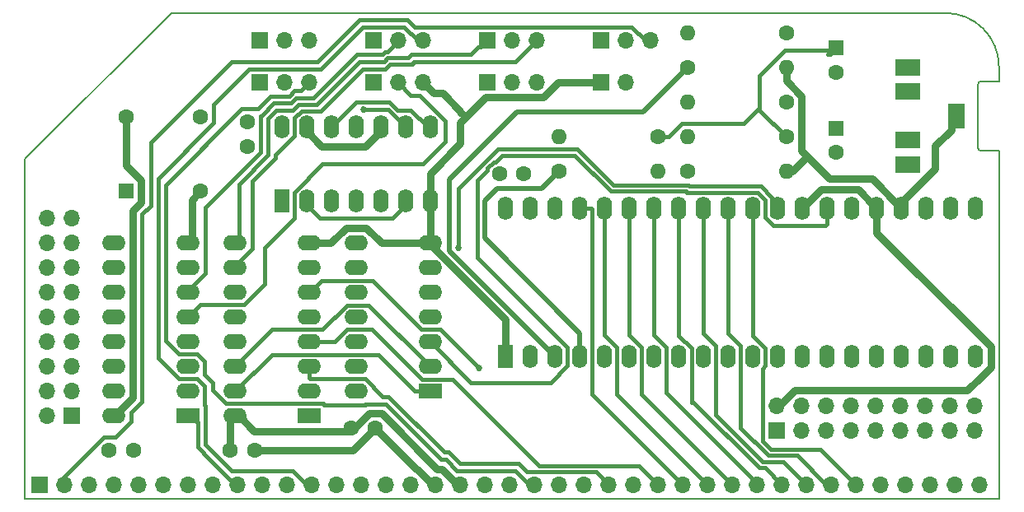
<source format=gbr>
G04 #@! TF.GenerationSoftware,KiCad,Pcbnew,5.1.6*
G04 #@! TF.CreationDate,2020-06-24T01:07:04+01:00*
G04 #@! TF.ProjectId,rc2014-ym2149,72633230-3134-42d7-996d-323134392e6b,5*
G04 #@! TF.SameCoordinates,Original*
G04 #@! TF.FileFunction,Copper,L1,Top*
G04 #@! TF.FilePolarity,Positive*
%FSLAX46Y46*%
G04 Gerber Fmt 4.6, Leading zero omitted, Abs format (unit mm)*
G04 Created by KiCad (PCBNEW 5.1.6) date 2020-06-24 01:07:04*
%MOMM*%
%LPD*%
G01*
G04 APERTURE LIST*
G04 #@! TA.AperFunction,Profile*
%ADD10C,0.150000*%
G04 #@! TD*
G04 #@! TA.AperFunction,ComponentPad*
%ADD11C,1.600000*%
G04 #@! TD*
G04 #@! TA.AperFunction,ComponentPad*
%ADD12O,1.600000X1.600000*%
G04 #@! TD*
G04 #@! TA.AperFunction,ComponentPad*
%ADD13R,1.600000X2.400000*%
G04 #@! TD*
G04 #@! TA.AperFunction,ComponentPad*
%ADD14O,1.600000X2.400000*%
G04 #@! TD*
G04 #@! TA.AperFunction,ComponentPad*
%ADD15R,1.600000X1.600000*%
G04 #@! TD*
G04 #@! TA.AperFunction,ComponentPad*
%ADD16R,1.700000X1.700000*%
G04 #@! TD*
G04 #@! TA.AperFunction,ComponentPad*
%ADD17O,1.700000X1.700000*%
G04 #@! TD*
G04 #@! TA.AperFunction,ComponentPad*
%ADD18O,2.400000X1.600000*%
G04 #@! TD*
G04 #@! TA.AperFunction,ComponentPad*
%ADD19R,2.400000X1.600000*%
G04 #@! TD*
G04 #@! TA.AperFunction,ComponentPad*
%ADD20R,2.500000X1.800000*%
G04 #@! TD*
G04 #@! TA.AperFunction,ComponentPad*
%ADD21R,1.800000X2.500000*%
G04 #@! TD*
G04 #@! TA.AperFunction,ViaPad*
%ADD22C,0.685800*%
G04 #@! TD*
G04 #@! TA.AperFunction,Conductor*
%ADD23C,0.762000*%
G04 #@! TD*
G04 #@! TA.AperFunction,Conductor*
%ADD24C,0.381000*%
G04 #@! TD*
G04 #@! TA.AperFunction,Conductor*
%ADD25C,0.508000*%
G04 #@! TD*
G04 APERTURE END LIST*
D10*
X160500000Y-121539000D02*
X160500000Y-120000000D01*
X158369000Y-121793000D02*
X158369000Y-128397000D01*
X158369000Y-121793000D02*
G75*
G02*
X158623000Y-121539000I254000J0D01*
G01*
X158623000Y-128651000D02*
G75*
G02*
X158369000Y-128397000I0J254000D01*
G01*
X160500000Y-121539000D02*
X158623000Y-121539000D01*
X160500000Y-128651000D02*
X158623000Y-128651000D01*
X160500000Y-120000000D02*
G75*
G03*
X155000000Y-114500000I-5500000J0D01*
G01*
X60500000Y-129500000D02*
X75500000Y-114500000D01*
X60500000Y-164500000D02*
X160500000Y-164500000D01*
X60500000Y-129500000D02*
X60500000Y-164500000D01*
X155000000Y-114500000D02*
X75500000Y-114500000D01*
X160500000Y-164500000D02*
X160500000Y-128651000D01*
D11*
X138684000Y-116586000D03*
D12*
X128524000Y-116586000D03*
X138684000Y-120142000D03*
D11*
X128524000Y-120142000D03*
X138684000Y-127254000D03*
D12*
X128524000Y-127254000D03*
D11*
X128524000Y-130810000D03*
D12*
X138684000Y-130810000D03*
D13*
X109855000Y-149860000D03*
D14*
X158115000Y-134620000D03*
X112395000Y-149860000D03*
X155575000Y-134620000D03*
X114935000Y-149860000D03*
X153035000Y-134620000D03*
X117475000Y-149860000D03*
X150495000Y-134620000D03*
X120015000Y-149860000D03*
X147955000Y-134620000D03*
X122555000Y-149860000D03*
X145415000Y-134620000D03*
X125095000Y-149860000D03*
X142875000Y-134620000D03*
X127635000Y-149860000D03*
X140335000Y-134620000D03*
X130175000Y-149860000D03*
X137795000Y-134620000D03*
X132715000Y-149860000D03*
X135255000Y-134620000D03*
X135255000Y-149860000D03*
X132715000Y-134620000D03*
X137795000Y-149860000D03*
X130175000Y-134620000D03*
X140335000Y-149860000D03*
X127635000Y-134620000D03*
X142875000Y-149860000D03*
X125095000Y-134620000D03*
X145415000Y-149860000D03*
X122555000Y-134620000D03*
X147955000Y-149860000D03*
X120015000Y-134620000D03*
X150495000Y-149860000D03*
X117475000Y-134620000D03*
X153035000Y-149860000D03*
X114935000Y-134620000D03*
X155575000Y-149860000D03*
X112395000Y-134620000D03*
X158115000Y-149860000D03*
X109855000Y-134620000D03*
D15*
X70866000Y-132842000D03*
D11*
X70866000Y-125222000D03*
X78486000Y-125222000D03*
X78486000Y-132842000D03*
X93980000Y-157226000D03*
X96480000Y-157226000D03*
X84074000Y-159512000D03*
X81574000Y-159512000D03*
X83312000Y-128230000D03*
X83312000Y-125730000D03*
X71628000Y-159512000D03*
X69128000Y-159512000D03*
X109220000Y-131064000D03*
X111720000Y-131064000D03*
D15*
X143764000Y-118110000D03*
D11*
X143764000Y-120610000D03*
X143764000Y-128865000D03*
D15*
X143764000Y-126365000D03*
D16*
X137668000Y-157480000D03*
D17*
X137668000Y-154940000D03*
X140208000Y-157480000D03*
X140208000Y-154940000D03*
X142748000Y-157480000D03*
X142748000Y-154940000D03*
X145288000Y-157480000D03*
X145288000Y-154940000D03*
X147828000Y-157480000D03*
X147828000Y-154940000D03*
X150368000Y-157480000D03*
X150368000Y-154940000D03*
X152908000Y-157480000D03*
X152908000Y-154940000D03*
X155448000Y-157480000D03*
X155448000Y-154940000D03*
X157988000Y-157480000D03*
X157988000Y-154940000D03*
D16*
X119634000Y-117348000D03*
D17*
X122174000Y-117348000D03*
X124714000Y-117348000D03*
D16*
X107950000Y-121666000D03*
D17*
X110490000Y-121666000D03*
X113030000Y-121666000D03*
X113030000Y-117348000D03*
X110490000Y-117348000D03*
D16*
X107950000Y-117348000D03*
D17*
X101346000Y-117348000D03*
X98806000Y-117348000D03*
D16*
X96266000Y-117348000D03*
D17*
X89662000Y-121666000D03*
X87122000Y-121666000D03*
D16*
X84582000Y-121666000D03*
D11*
X115316000Y-130810000D03*
D12*
X125476000Y-130810000D03*
X115316000Y-127254000D03*
D11*
X125476000Y-127254000D03*
D12*
X128524000Y-123698000D03*
D11*
X138684000Y-123698000D03*
D18*
X69596000Y-155956000D03*
X77216000Y-138176000D03*
X69596000Y-153416000D03*
X77216000Y-140716000D03*
X69596000Y-150876000D03*
X77216000Y-143256000D03*
X69596000Y-148336000D03*
X77216000Y-145796000D03*
X69596000Y-145796000D03*
X77216000Y-148336000D03*
X69596000Y-143256000D03*
X77216000Y-150876000D03*
X69596000Y-140716000D03*
X77216000Y-153416000D03*
X69596000Y-138176000D03*
D19*
X77216000Y-155956000D03*
X89662000Y-155956000D03*
D18*
X82042000Y-138176000D03*
X89662000Y-153416000D03*
X82042000Y-140716000D03*
X89662000Y-150876000D03*
X82042000Y-143256000D03*
X89662000Y-148336000D03*
X82042000Y-145796000D03*
X89662000Y-145796000D03*
X82042000Y-148336000D03*
X89662000Y-143256000D03*
X82042000Y-150876000D03*
X89662000Y-140716000D03*
X82042000Y-153416000D03*
X89662000Y-138176000D03*
X82042000Y-155956000D03*
D19*
X102108000Y-153416000D03*
D18*
X94488000Y-138176000D03*
X102108000Y-150876000D03*
X94488000Y-140716000D03*
X102108000Y-148336000D03*
X94488000Y-143256000D03*
X102108000Y-145796000D03*
X94488000Y-145796000D03*
X102108000Y-143256000D03*
X94488000Y-148336000D03*
X102108000Y-140716000D03*
X94488000Y-150876000D03*
X102108000Y-138176000D03*
X94488000Y-153416000D03*
D14*
X86868000Y-126238000D03*
X102108000Y-133858000D03*
X89408000Y-126238000D03*
X99568000Y-133858000D03*
X91948000Y-126238000D03*
X97028000Y-133858000D03*
X94488000Y-126238000D03*
X94488000Y-133858000D03*
X97028000Y-126238000D03*
X91948000Y-133858000D03*
X99568000Y-126238000D03*
X89408000Y-133858000D03*
X102108000Y-126238000D03*
D13*
X86868000Y-133858000D03*
D20*
X151130000Y-130095000D03*
X151130000Y-120095000D03*
D21*
X156130000Y-125095000D03*
D20*
X151130000Y-127595000D03*
X151130000Y-122595000D03*
D16*
X84582000Y-117348000D03*
D17*
X87122000Y-117348000D03*
X89662000Y-117348000D03*
D16*
X62000000Y-163000000D03*
D17*
X64540000Y-163000000D03*
X67080000Y-163000000D03*
X69620000Y-163000000D03*
X72160000Y-163000000D03*
X74700000Y-163000000D03*
X77240000Y-163000000D03*
X79780000Y-163000000D03*
X82320000Y-163000000D03*
X84860000Y-163000000D03*
X87400000Y-163000000D03*
X89940000Y-163000000D03*
X92480000Y-163000000D03*
X95020000Y-163000000D03*
X97560000Y-163000000D03*
X100100000Y-163000000D03*
X102640000Y-163000000D03*
X105180000Y-163000000D03*
X107720000Y-163000000D03*
X110260000Y-163000000D03*
X112800000Y-163000000D03*
X115340000Y-163000000D03*
X117880000Y-163000000D03*
X120420000Y-163000000D03*
X122960000Y-163000000D03*
X125500000Y-163000000D03*
X128040000Y-163000000D03*
X130580000Y-163000000D03*
X133120000Y-163000000D03*
X135660000Y-163000000D03*
X138200000Y-163000000D03*
X140740000Y-163000000D03*
X143280000Y-163000000D03*
X145820000Y-163000000D03*
X148360000Y-163000000D03*
X150900000Y-163000000D03*
X153440000Y-163000000D03*
X155980000Y-163000000D03*
X158520000Y-163000000D03*
D16*
X96266000Y-121666000D03*
D17*
X98806000Y-121666000D03*
X101346000Y-121666000D03*
D16*
X65278000Y-155956000D03*
D17*
X62738000Y-155956000D03*
X65278000Y-153416000D03*
X62738000Y-153416000D03*
X65278000Y-150876000D03*
X62738000Y-150876000D03*
X65278000Y-148336000D03*
X62738000Y-148336000D03*
X65278000Y-145796000D03*
X62738000Y-145796000D03*
X65278000Y-143256000D03*
X62738000Y-143256000D03*
X65278000Y-140716000D03*
X62738000Y-140716000D03*
X65278000Y-138176000D03*
X62738000Y-138176000D03*
X65278000Y-135636000D03*
X62738000Y-135636000D03*
D16*
X119634000Y-121666000D03*
D17*
X122174000Y-121666000D03*
D22*
X105029110Y-138672586D03*
X107083499Y-151002167D03*
X95250000Y-124460000D03*
D23*
X81574000Y-159512000D02*
X81574000Y-156024000D01*
X81574000Y-156024000D02*
X81642000Y-155956000D01*
X81642000Y-155956000D02*
X82042000Y-155956000D01*
X82042000Y-155956000D02*
X82442000Y-155956000D01*
X82442000Y-155956000D02*
X84004100Y-157518100D01*
X84004100Y-157518100D02*
X90546300Y-157518100D01*
X90546300Y-157518100D02*
X91177700Y-157518100D01*
X91177700Y-157518100D02*
X93687900Y-157518100D01*
X93687900Y-157518100D02*
X93980000Y-157226000D01*
X89408000Y-126238000D02*
X89408000Y-126638000D01*
X89408000Y-126638000D02*
X90970100Y-128200100D01*
X90970100Y-128200100D02*
X93841000Y-128200100D01*
X93841000Y-128200100D02*
X95135000Y-128200100D01*
X95135000Y-128200100D02*
X95465900Y-128200100D01*
X95465900Y-128200100D02*
X97028000Y-126638000D01*
X97028000Y-126638000D02*
X97028000Y-126238000D01*
X93980000Y-157226000D02*
X94302300Y-157226000D01*
X94302300Y-157226000D02*
X95842200Y-155686100D01*
X95842200Y-155686100D02*
X97117800Y-155686100D01*
X97117800Y-155686100D02*
X102819600Y-161387900D01*
X102819600Y-161387900D02*
X103307800Y-161387900D01*
X103307800Y-161387900D02*
X104919900Y-163000000D01*
X104919900Y-163000000D02*
X105180000Y-163000000D01*
X140335000Y-134620000D02*
X140335000Y-134220000D01*
X140335000Y-134220000D02*
X140665900Y-134220000D01*
X140665900Y-134220000D02*
X142228000Y-132657900D01*
X142228000Y-132657900D02*
X144768000Y-132657900D01*
X144768000Y-132657900D02*
X146062000Y-132657900D01*
X146062000Y-132657900D02*
X147624100Y-134220000D01*
X147624100Y-134220000D02*
X147955000Y-134220000D01*
X147955000Y-134220000D02*
X147955000Y-134620000D01*
X147955000Y-134620000D02*
X147955000Y-135020000D01*
X147955000Y-135020000D02*
X147955000Y-137090900D01*
X147955000Y-137090900D02*
X159677100Y-148813000D01*
X159677100Y-148813000D02*
X159677100Y-149233900D01*
X159677100Y-149233900D02*
X159677100Y-149613000D01*
X159677100Y-149613000D02*
X159677100Y-150907000D01*
X159677100Y-150907000D02*
X158762000Y-151822100D01*
X158762000Y-151822100D02*
X157256200Y-153327900D01*
X157256200Y-153327900D02*
X139540200Y-153327900D01*
X139540200Y-153327900D02*
X137928100Y-154940000D01*
X137928100Y-154940000D02*
X137668000Y-154940000D01*
X70866000Y-130164200D02*
X70866000Y-125222000D01*
X72428100Y-133957700D02*
X72428100Y-131726300D01*
X71558100Y-134827700D02*
X72428100Y-133957700D01*
X71558100Y-154063000D02*
X71558100Y-134827700D01*
X69996000Y-155625100D02*
X71558100Y-154063000D01*
X69996000Y-155956000D02*
X69996000Y-155625100D01*
X72428100Y-131726300D02*
X70866000Y-130164200D01*
X69596000Y-155956000D02*
X69996000Y-155956000D01*
X150495000Y-134220000D02*
X150495000Y-134620000D01*
X102108000Y-133858000D02*
X102108000Y-133458000D01*
X102108000Y-133458000D02*
X102108000Y-131002700D01*
X102108000Y-131002700D02*
X105194300Y-127916400D01*
X105194300Y-127916400D02*
X105194300Y-125773000D01*
X105194300Y-125773000D02*
X105757700Y-125209600D01*
X140826400Y-129260600D02*
X139277000Y-130810000D01*
X139277000Y-130810000D02*
X138684000Y-130810000D01*
X77216000Y-138176000D02*
X77616000Y-138176000D01*
X77616000Y-138176000D02*
X77616000Y-133712000D01*
X77616000Y-133712000D02*
X78486000Y-132842000D01*
X102640000Y-163000000D02*
X102379900Y-163000000D01*
X102379900Y-163000000D02*
X100767800Y-161387900D01*
X100767800Y-161387900D02*
X100641900Y-161387900D01*
X100641900Y-161387900D02*
X96480000Y-157226000D01*
X89662000Y-138176000D02*
X90062000Y-138176000D01*
X90062000Y-138176000D02*
X91878900Y-138176000D01*
X91878900Y-138176000D02*
X93441000Y-136613900D01*
X93441000Y-136613900D02*
X94241000Y-136613900D01*
X94241000Y-136613900D02*
X95535000Y-136613900D01*
X95535000Y-136613900D02*
X97097100Y-138176000D01*
X97097100Y-138176000D02*
X101708000Y-138176000D01*
X101708000Y-138176000D02*
X102108000Y-138176000D01*
X102108000Y-133858000D02*
X102108000Y-134258000D01*
X102108000Y-134258000D02*
X102108000Y-138176000D01*
X84074000Y-159512000D02*
X94194000Y-159512000D01*
X94194000Y-159512000D02*
X96480000Y-157226000D01*
X150495000Y-134620000D02*
X150495000Y-134220000D01*
X101346000Y-121666000D02*
X102431700Y-122751700D01*
X102431700Y-122751700D02*
X103386400Y-122751700D01*
X103386400Y-122751700D02*
X105194300Y-124559600D01*
X105194300Y-124559600D02*
X105194300Y-124646200D01*
X105194300Y-124646200D02*
X105757700Y-125209600D01*
X138684000Y-120142000D02*
X138684000Y-121488900D01*
X138684000Y-121488900D02*
X140246100Y-123051000D01*
X140246100Y-123051000D02*
X140246100Y-126607000D01*
X140246100Y-126607000D02*
X140246100Y-128680300D01*
X140246100Y-128680300D02*
X140826400Y-129260600D01*
X107816299Y-123151001D02*
X105757700Y-125209600D01*
X113742801Y-123151001D02*
X107816299Y-123151001D01*
X115227802Y-121666000D02*
X113742801Y-123151001D01*
X119634000Y-121666000D02*
X115227802Y-121666000D01*
X143080600Y-131514800D02*
X140826400Y-129260600D01*
X147458900Y-131514800D02*
X143080600Y-131514800D01*
X150164100Y-134220000D02*
X147458900Y-131514800D01*
X150495000Y-134220000D02*
X150164100Y-134220000D01*
X153924000Y-130528800D02*
X150495000Y-133957800D01*
X153924000Y-128189800D02*
X153924000Y-130528800D01*
X150495000Y-133957800D02*
X150495000Y-134220000D01*
X155611000Y-126502800D02*
X153924000Y-128189800D01*
X155611000Y-125964000D02*
X155611000Y-126502800D01*
X156130000Y-125095000D02*
X155611000Y-125964000D01*
X102108000Y-138286590D02*
X109855000Y-146033590D01*
X109855000Y-146033590D02*
X109855000Y-149860000D01*
X102108000Y-138176000D02*
X102108000Y-138286590D01*
D24*
X124184400Y-117348000D02*
X124714000Y-117348000D01*
X122762800Y-115926400D02*
X124184400Y-117348000D01*
X100472600Y-115926400D02*
X122762800Y-115926400D01*
X99710500Y-115164300D02*
X100472600Y-115926400D01*
X64540000Y-162160300D02*
X68559900Y-158140400D01*
X71367600Y-156524100D02*
X71367600Y-155600700D01*
X72510700Y-135222300D02*
X73380700Y-134352300D01*
X81685700Y-119482300D02*
X90545600Y-119482300D01*
X64540000Y-163000000D02*
X64540000Y-162160300D01*
X69751300Y-158140400D02*
X71367600Y-156524100D01*
X71367600Y-155600700D02*
X72510700Y-154457600D01*
X90545600Y-119482300D02*
X94863600Y-115164300D01*
X72510700Y-154457600D02*
X72510700Y-135222300D01*
X68559900Y-158140400D02*
X69751300Y-158140400D01*
X73380700Y-134352300D02*
X73380700Y-127787300D01*
X73380700Y-127787300D02*
X81685700Y-119482300D01*
X94863600Y-115164300D02*
X99710500Y-115164300D01*
X79749700Y-153319800D02*
X79749700Y-152532200D01*
X88255700Y-154658000D02*
X88227700Y-154686000D01*
X88227700Y-154686000D02*
X81115900Y-154686000D01*
X88812001Y-122515999D02*
X89662000Y-121666000D01*
X88668300Y-154658000D02*
X88255700Y-154658000D01*
X95456800Y-154755700D02*
X95424900Y-154787600D01*
X76289900Y-149606000D02*
X74904900Y-148221000D01*
X90655700Y-154658000D02*
X90627700Y-154686000D01*
X85713700Y-123051200D02*
X87602300Y-123051200D01*
X81115900Y-154686000D02*
X79749700Y-153319800D01*
X78142100Y-149606000D02*
X76289900Y-149606000D01*
X78886000Y-151668500D02*
X78886000Y-150349900D01*
X82743900Y-124358400D02*
X84406500Y-124358400D01*
X78886000Y-150349900D02*
X78142100Y-149606000D01*
X97503200Y-154755700D02*
X95456800Y-154755700D01*
X103182800Y-160435300D02*
X97503200Y-154755700D01*
X91068300Y-154658000D02*
X90655700Y-154658000D01*
X79749700Y-152532200D02*
X78886000Y-151668500D01*
X84406500Y-124358400D02*
X85713700Y-123051200D01*
X110848800Y-161578400D02*
X104845400Y-161578400D01*
X112270400Y-163000000D02*
X110848800Y-161578400D01*
X91197900Y-154787600D02*
X91068300Y-154658000D01*
X88696300Y-154686000D02*
X88668300Y-154658000D01*
X88137501Y-122515999D02*
X88812001Y-122515999D01*
X74904900Y-132197400D02*
X82743900Y-124358400D01*
X103702300Y-160435300D02*
X103182800Y-160435300D01*
X112800000Y-163000000D02*
X112270400Y-163000000D01*
X87602300Y-123051200D02*
X88137501Y-122515999D01*
X90627700Y-154686000D02*
X88696300Y-154686000D01*
X104845400Y-161578400D02*
X103702300Y-160435300D01*
X74904900Y-148221000D02*
X74904900Y-132197400D01*
X95424900Y-154787600D02*
X91197900Y-154787600D01*
X118745000Y-134709000D02*
X118656000Y-134620000D01*
X118656000Y-134620000D02*
X117475000Y-134620000D01*
X118745000Y-153705000D02*
X118745000Y-134709000D01*
X128040000Y-163000000D02*
X118745000Y-153705000D01*
X130580000Y-163000000D02*
X121285000Y-153705000D01*
X121285000Y-153705000D02*
X121285000Y-148933900D01*
X121285000Y-148933900D02*
X120015000Y-147663900D01*
X120015000Y-147663900D02*
X120015000Y-135020000D01*
X120015000Y-135020000D02*
X120015000Y-134620000D01*
X133120000Y-163000000D02*
X123825000Y-153705000D01*
X123825000Y-153705000D02*
X123825000Y-148933900D01*
X123825000Y-148933900D02*
X122555000Y-147663900D01*
X122555000Y-147663900D02*
X122555000Y-135020000D01*
X122555000Y-135020000D02*
X122555000Y-134620000D01*
X125095000Y-135020000D02*
X125095000Y-134620000D01*
X125095000Y-147663900D02*
X125095000Y-135020000D01*
X126365000Y-153543000D02*
X126365000Y-148933900D01*
X135660000Y-162838000D02*
X126365000Y-153543000D01*
X126365000Y-148933900D02*
X125095000Y-147663900D01*
X135660000Y-163000000D02*
X135660000Y-162838000D01*
X127635000Y-134620000D02*
X127635000Y-147701000D01*
X128930490Y-148995488D02*
X128930490Y-154584490D01*
X127636002Y-147701000D02*
X128930490Y-148995488D01*
X127635000Y-147701000D02*
X127636002Y-147701000D01*
X128930490Y-154584490D02*
X129160352Y-154584490D01*
X129160352Y-154584490D02*
X135865862Y-161290000D01*
X136490000Y-161290000D02*
X138200000Y-163000000D01*
X135865862Y-161290000D02*
X136490000Y-161290000D01*
X140740000Y-163000000D02*
X138394989Y-160654989D01*
X138394989Y-160654989D02*
X136270989Y-160654989D01*
X136270989Y-160654989D02*
X131445000Y-155829000D01*
X130175000Y-147447000D02*
X131445000Y-148717000D01*
X130175000Y-134620000D02*
X130175000Y-147447000D01*
X131445000Y-155829000D02*
X131445000Y-148717000D01*
X143280000Y-163000000D02*
X142750400Y-163000000D01*
X136801535Y-160019978D02*
X133985000Y-157203441D01*
X139770378Y-160019978D02*
X136801535Y-160019978D01*
X142750400Y-163000000D02*
X139770378Y-160019978D01*
X132715000Y-147447000D02*
X133985000Y-148717000D01*
X132715000Y-134620000D02*
X132715000Y-147447000D01*
X133985000Y-157203441D02*
X133985000Y-148717000D01*
X142204967Y-159384967D02*
X145820000Y-163000000D01*
X136246400Y-158566800D02*
X137064567Y-159384967D01*
X136525000Y-150786100D02*
X136246400Y-151064700D01*
X137064567Y-159384967D02*
X142204967Y-159384967D01*
X136525000Y-148969998D02*
X136525000Y-150786100D01*
X135255000Y-147699998D02*
X136525000Y-148969998D01*
X136246400Y-151064700D02*
X136246400Y-158566800D01*
X135255000Y-134620000D02*
X135255000Y-147699998D01*
D25*
X113538000Y-132588000D02*
X115316000Y-130810000D01*
X108966000Y-132588000D02*
X113538000Y-132588000D01*
X107696000Y-137668000D02*
X107696000Y-133858000D01*
X107696000Y-133858000D02*
X108966000Y-132588000D01*
X117475000Y-147447000D02*
X107696000Y-137668000D01*
X117475000Y-149860000D02*
X117475000Y-147447000D01*
X123952000Y-124714000D02*
X128524000Y-120142000D01*
X110998000Y-124714000D02*
X123952000Y-124714000D01*
X104051098Y-131660902D02*
X110998000Y-124714000D01*
X114935000Y-149856340D02*
X104051098Y-138972438D01*
X104051098Y-138972438D02*
X104051098Y-131660902D01*
X114935000Y-149860000D02*
X114935000Y-149856340D01*
D24*
X137160010Y-134620000D02*
X137160010Y-135283072D01*
X137795000Y-134620000D02*
X137160010Y-134620000D01*
X105029110Y-132514989D02*
X105029110Y-138672586D01*
X109045597Y-128498502D02*
X105029110Y-132514989D01*
X120919428Y-132213390D02*
X117204541Y-128498502D01*
X128593526Y-132213390D02*
X120919428Y-132213390D01*
X128714136Y-132334000D02*
X128593526Y-132213390D01*
X136027042Y-132334000D02*
X128714136Y-132334000D01*
X137160010Y-133466968D02*
X136027042Y-132334000D01*
X117204541Y-128498502D02*
X109045597Y-128498502D01*
X137160010Y-134620000D02*
X137160010Y-133466968D01*
X102108000Y-126238000D02*
X101868800Y-126238000D01*
X101868800Y-126238000D02*
X100124700Y-124493900D01*
X100124700Y-124493900D02*
X98721940Y-124493900D01*
X98721940Y-124493900D02*
X97900639Y-123672599D01*
X97900639Y-123672599D02*
X94513401Y-123672599D01*
X94513401Y-123672599D02*
X91948000Y-126238000D01*
X89408000Y-133858000D02*
X89408000Y-134258000D01*
X89408000Y-134258000D02*
X90779600Y-135629600D01*
X90779600Y-135629600D02*
X96459900Y-135629600D01*
X96459900Y-135629600D02*
X97596100Y-135629600D01*
X97596100Y-135629600D02*
X98196400Y-135629600D01*
X98196400Y-135629600D02*
X99568000Y-134258000D01*
X99568000Y-134258000D02*
X99568000Y-133858000D01*
X107975499Y-130666541D02*
X107975499Y-130466639D01*
X106934000Y-131708040D02*
X107975499Y-130666541D01*
X107975499Y-130466639D02*
X108622639Y-129819499D01*
X106934000Y-139662900D02*
X106934000Y-131708040D01*
X108622639Y-129819499D02*
X108822541Y-129819499D01*
X108822541Y-129819499D02*
X109508528Y-129133512D01*
X109508528Y-129133512D02*
X116941512Y-129133512D01*
X128330497Y-132848400D02*
X128457587Y-132975490D01*
X106299011Y-152527011D02*
X114464089Y-152527011D01*
X136525000Y-133729997D02*
X136525000Y-135546100D01*
X136525000Y-135546100D02*
X137370500Y-136391600D01*
X137370500Y-136391600D02*
X142684400Y-136391600D01*
X142684400Y-136391600D02*
X142875000Y-136201000D01*
X135770493Y-132975490D02*
X136525000Y-133729997D01*
X142875000Y-136201000D02*
X142875000Y-134620000D01*
X116205000Y-150786100D02*
X116205000Y-148933900D01*
X116205000Y-148933900D02*
X106934000Y-139662900D01*
X114464089Y-152527011D02*
X116205000Y-150786100D01*
X102108000Y-148336000D02*
X106299011Y-152527011D01*
X128457587Y-132975490D02*
X135770493Y-132975490D01*
X120656400Y-132848400D02*
X128330497Y-132848400D01*
X116941512Y-129133512D02*
X120656400Y-132848400D01*
X81700700Y-161578400D02*
X87988800Y-161578400D01*
X78987600Y-154919200D02*
X78987600Y-158865300D01*
X87988800Y-161578400D02*
X89410400Y-163000000D01*
X101346000Y-117348000D02*
X100816400Y-117348000D01*
X100816400Y-117348000D02*
X99394800Y-115926400D01*
X99394800Y-115926400D02*
X95179200Y-115926400D01*
X76289900Y-152146000D02*
X78142100Y-152146000D01*
X78142100Y-152146000D02*
X78886000Y-152889900D01*
X95179200Y-115926400D02*
X90861200Y-120244400D01*
X89410400Y-163000000D02*
X89940000Y-163000000D01*
X90861200Y-120244400D02*
X83495200Y-120244400D01*
X83495200Y-120244400D02*
X79857600Y-123882000D01*
X78987600Y-158865300D02*
X81700700Y-161578400D01*
X78886000Y-154817600D02*
X78987600Y-154919200D01*
X79857600Y-123882000D02*
X79857600Y-125790100D01*
X79857600Y-125790100D02*
X74142800Y-131504900D01*
X74142800Y-131504900D02*
X74142800Y-149998900D01*
X74142800Y-149998900D02*
X76289900Y-152146000D01*
X78886000Y-152889900D02*
X78886000Y-154817600D01*
X82320000Y-163000000D02*
X82044500Y-163000000D01*
X82044500Y-163000000D02*
X80690200Y-161645700D01*
X80690200Y-161645700D02*
X79440300Y-160395800D01*
X79440300Y-160395800D02*
X78225500Y-159181000D01*
X78225500Y-159181000D02*
X78225500Y-156756000D01*
X78225500Y-156756000D02*
X78225500Y-156565500D01*
X78225500Y-156565500D02*
X77216000Y-155956000D01*
X138684000Y-127254000D02*
X135938000Y-124508000D01*
X135938000Y-124508000D02*
X135938000Y-124234600D01*
X125476000Y-127254000D02*
X126584300Y-127254000D01*
X126584300Y-127254000D02*
X127955900Y-125882400D01*
X127955900Y-125882400D02*
X134290200Y-125882400D01*
X134290200Y-125882400D02*
X135938000Y-124234600D01*
X135938000Y-120948300D02*
X135938000Y-124234600D01*
X138522300Y-118364000D02*
X135938000Y-120948300D01*
X143154500Y-118719500D02*
X142885100Y-118719500D01*
X143510000Y-118364000D02*
X143764000Y-118110000D01*
X138522300Y-118364000D02*
X143510000Y-118364000D01*
X96742490Y-149631490D02*
X100527000Y-153416000D01*
X82042000Y-153416000D02*
X85826510Y-149631490D01*
X85826510Y-149631490D02*
X96742490Y-149631490D01*
X100527000Y-153416000D02*
X102108000Y-153416000D01*
X82042000Y-150876000D02*
X85852000Y-147066000D01*
X85852000Y-147066000D02*
X91057998Y-147066000D01*
X91057998Y-147066000D02*
X93572508Y-144551490D01*
X93572508Y-144551490D02*
X95783490Y-144551490D01*
X95783490Y-144551490D02*
X102108000Y-150876000D01*
X82042000Y-138176000D02*
X82442000Y-138176000D01*
X82442000Y-138176000D02*
X82442000Y-132117500D01*
X82442000Y-132117500D02*
X85445700Y-129113800D01*
X85445700Y-129113800D02*
X85445700Y-126613800D01*
X85445700Y-126613800D02*
X85445700Y-125371900D01*
X85445700Y-125371900D02*
X85532700Y-125284900D01*
X85532700Y-125284900D02*
X86314900Y-124502700D01*
X86314900Y-124502700D02*
X88016000Y-124502700D01*
X88016000Y-124502700D02*
X88609200Y-123909500D01*
X88609200Y-123909500D02*
X90471300Y-123909500D01*
X90471300Y-123909500D02*
X94873800Y-119507000D01*
X94873800Y-119507000D02*
X95064300Y-119507000D01*
X95064300Y-119507000D02*
X96383300Y-119507000D01*
X96383300Y-119507000D02*
X96573800Y-119507000D01*
X96573800Y-119507000D02*
X97335600Y-119507000D01*
X97335600Y-119507000D02*
X97743000Y-119099600D01*
X97743000Y-119099600D02*
X99798700Y-119099600D01*
X99798700Y-119099600D02*
X100141100Y-118757200D01*
X100141100Y-118757200D02*
X106271400Y-118757200D01*
X106271400Y-118757200D02*
X107021100Y-118007500D01*
X107021100Y-118007500D02*
X107100000Y-118007500D01*
X107100000Y-118007500D02*
X107290500Y-118007500D01*
X107290500Y-118007500D02*
X107950000Y-117348000D01*
X82042000Y-140716000D02*
X82442000Y-140716000D01*
X82442000Y-140716000D02*
X82442000Y-140115700D01*
X82442000Y-140115700D02*
X83813600Y-138744100D01*
X83813600Y-138744100D02*
X83813600Y-131823700D01*
X83813600Y-131823700D02*
X86207800Y-129429500D01*
X86207800Y-129429500D02*
X86207800Y-129094300D01*
X86207800Y-129094300D02*
X88138000Y-127164100D01*
X88138000Y-127164100D02*
X88138000Y-126364100D01*
X88138000Y-126364100D02*
X88138000Y-125313400D01*
X88138000Y-125313400D02*
X88139000Y-125312400D01*
X88139000Y-125312400D02*
X88882400Y-124569000D01*
X88882400Y-124569000D02*
X90872000Y-124569000D01*
X90872000Y-124569000D02*
X95184300Y-120256700D01*
X95184300Y-120256700D02*
X95374800Y-120256700D01*
X95374800Y-120256700D02*
X96693800Y-120256700D01*
X96693800Y-120256700D02*
X96884300Y-120256700D01*
X96884300Y-120256700D02*
X97484700Y-120256700D01*
X97484700Y-120256700D02*
X98006200Y-119735200D01*
X98006200Y-119735200D02*
X100223500Y-119735200D01*
X100223500Y-119735200D02*
X100451700Y-119507000D01*
X100451700Y-119507000D02*
X110871000Y-119507000D01*
X110871000Y-119507000D02*
X113030000Y-117348000D01*
X77216000Y-143256000D02*
X77616000Y-143256000D01*
X77616000Y-143256000D02*
X77616000Y-142655700D01*
X77616000Y-142655700D02*
X78987600Y-141284100D01*
X78987600Y-141284100D02*
X78987600Y-138744100D01*
X78987600Y-138744100D02*
X78987600Y-134494100D01*
X78987600Y-134494100D02*
X84683600Y-128798100D01*
X84683600Y-128798100D02*
X84683600Y-126298100D01*
X84683600Y-126298100D02*
X84683600Y-125107700D01*
X84683600Y-125107700D02*
X84807000Y-124984300D01*
X84807000Y-124984300D02*
X86014300Y-123777000D01*
X86014300Y-123777000D02*
X87809200Y-123777000D01*
X87809200Y-123777000D02*
X88336100Y-123250100D01*
X88336100Y-123250100D02*
X90070300Y-123250100D01*
X90070300Y-123250100D02*
X94563200Y-118757200D01*
X94563200Y-118757200D02*
X94753700Y-118757200D01*
X94753700Y-118757200D02*
X96072700Y-118757200D01*
X96072700Y-118757200D02*
X96263200Y-118757200D01*
X96263200Y-118757200D02*
X97186300Y-118757200D01*
X97186300Y-118757200D02*
X97479600Y-118463900D01*
X97479600Y-118463900D02*
X97690100Y-118463900D01*
X97690100Y-118463900D02*
X98806000Y-117348000D01*
X90062000Y-143256000D02*
X89662000Y-143256000D01*
X101217998Y-147066000D02*
X103147332Y-147066000D01*
X96163488Y-142011490D02*
X101217998Y-147066000D01*
X90906510Y-142011490D02*
X96163488Y-142011490D01*
X89662000Y-143256000D02*
X90906510Y-142011490D01*
X103147332Y-147066000D02*
X107083499Y-151002167D01*
X89662000Y-152057000D02*
X89662000Y-150876000D01*
X95414100Y-152146000D02*
X89751000Y-152146000D01*
X97217300Y-153949200D02*
X95414100Y-152146000D01*
X103561300Y-159673200D02*
X97837300Y-153949200D01*
X105161100Y-160816300D02*
X104018000Y-159673200D01*
X89751000Y-152146000D02*
X89662000Y-152057000D01*
X111164500Y-160816300D02*
X105161100Y-160816300D01*
X112053699Y-161705499D02*
X111164500Y-160816300D01*
X104018000Y-159673200D02*
X103561300Y-159673200D01*
X97837300Y-153949200D02*
X97217300Y-153949200D01*
X119125499Y-161705499D02*
X112053699Y-161705499D01*
X120420000Y-163000000D02*
X119125499Y-161705499D01*
X89662000Y-148336000D02*
X89408000Y-148336000D01*
X92327998Y-148336000D02*
X93597998Y-147066000D01*
X89662000Y-148336000D02*
X92327998Y-148336000D01*
X101243496Y-152171498D02*
X104419498Y-152171498D01*
X96137998Y-147066000D02*
X101243496Y-152171498D01*
X93597998Y-147066000D02*
X96137998Y-147066000D01*
X104419498Y-152171498D02*
X113318488Y-161070488D01*
X123570488Y-161070488D02*
X125500000Y-163000000D01*
X113318488Y-161070488D02*
X123570488Y-161070488D01*
X100990503Y-122960501D02*
X100100501Y-122960501D01*
X103632000Y-125601998D02*
X100990503Y-122960501D01*
X103632000Y-127762000D02*
X103632000Y-125601998D01*
X101346000Y-130048000D02*
X103632000Y-127762000D01*
X100100501Y-122960501D02*
X98806000Y-121666000D01*
X91057998Y-130048000D02*
X101346000Y-130048000D01*
X88163490Y-132942508D02*
X91057998Y-130048000D01*
X88163490Y-135610510D02*
X88163490Y-132942508D01*
X85090000Y-138684000D02*
X88163490Y-135610510D01*
X85090000Y-142368002D02*
X85090000Y-138684000D01*
X82957492Y-144500510D02*
X85090000Y-142368002D01*
X78511490Y-144500510D02*
X82957492Y-144500510D01*
X77216000Y-145796000D02*
X78511490Y-144500510D01*
X97790000Y-124460000D02*
X99568000Y-126238000D01*
X95250000Y-124460000D02*
X97790000Y-124460000D01*
M02*

</source>
